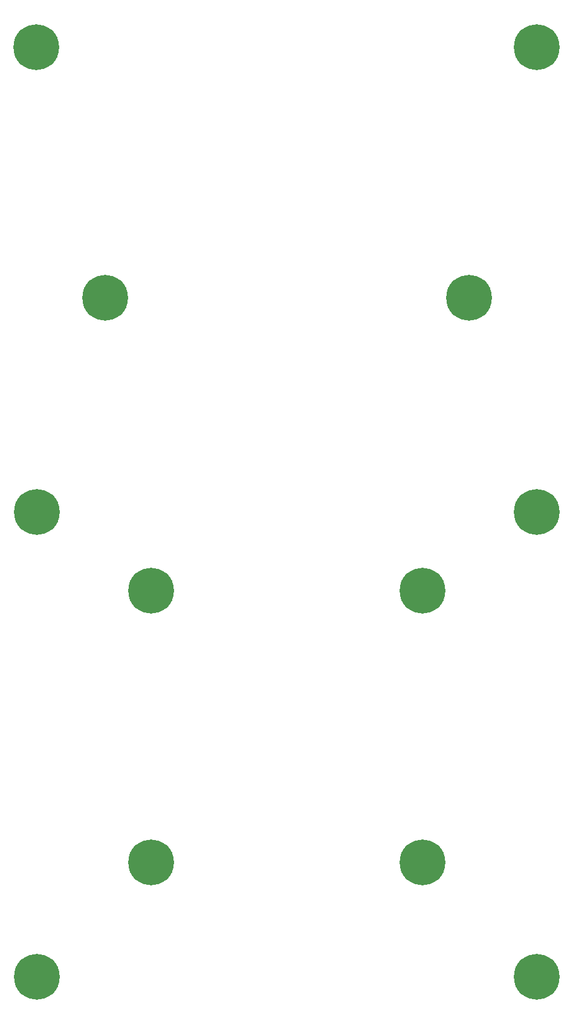
<source format=gbr>
%TF.GenerationSoftware,KiCad,Pcbnew,7.0.8*%
%TF.CreationDate,2023-11-15T14:02:00+01:00*%
%TF.ProjectId,ac-panel-rev1,61632d70-616e-4656-9c2d-726576312e6b,rev?*%
%TF.SameCoordinates,Original*%
%TF.FileFunction,Copper,L1,Top*%
%TF.FilePolarity,Positive*%
%FSLAX46Y46*%
G04 Gerber Fmt 4.6, Leading zero omitted, Abs format (unit mm)*
G04 Created by KiCad (PCBNEW 7.0.8) date 2023-11-15 14:02:00*
%MOMM*%
%LPD*%
G01*
G04 APERTURE LIST*
%TA.AperFunction,ComponentPad*%
%ADD10C,0.800000*%
%TD*%
%TA.AperFunction,ComponentPad*%
%ADD11C,6.400000*%
%TD*%
G04 APERTURE END LIST*
D10*
%TO.P,H108,1*%
%TO.N,N/C*%
X564000000Y-586050000D03*
X564702944Y-584352944D03*
X564702944Y-587747056D03*
X566400000Y-583650000D03*
D11*
X566400000Y-586050000D03*
D10*
X566400000Y-588450000D03*
X568097056Y-584352944D03*
X568097056Y-587747056D03*
X568800000Y-586050000D03*
%TD*%
%TO.P,H108,1*%
%TO.N,N/C*%
X579950000Y-602050000D03*
X580652944Y-600352944D03*
X580652944Y-603747056D03*
X582350000Y-599650000D03*
D11*
X582350000Y-602050000D03*
D10*
X582350000Y-604450000D03*
X584047056Y-600352944D03*
X584047056Y-603747056D03*
X584750000Y-602050000D03*
%TD*%
%TO.P,H108,1*%
%TO.N,N/C*%
X526000000Y-548050000D03*
X526702944Y-546352944D03*
X526702944Y-549747056D03*
X528400000Y-545650000D03*
D11*
X528400000Y-548050000D03*
D10*
X528400000Y-550450000D03*
X530097056Y-546352944D03*
X530097056Y-549747056D03*
X530800000Y-548050000D03*
%TD*%
%TO.P,H108,1*%
%TO.N,N/C*%
X564000000Y-548050000D03*
X564702944Y-546352944D03*
X564702944Y-549747056D03*
X566400000Y-545650000D03*
D11*
X566400000Y-548050000D03*
D10*
X566400000Y-550450000D03*
X568097056Y-546352944D03*
X568097056Y-549747056D03*
X568800000Y-548050000D03*
%TD*%
%TO.P,H108,1*%
%TO.N,N/C*%
X526000000Y-586050000D03*
X526702944Y-584352944D03*
X526702944Y-587747056D03*
X528400000Y-583650000D03*
D11*
X528400000Y-586050000D03*
D10*
X528400000Y-588450000D03*
X530097056Y-584352944D03*
X530097056Y-587747056D03*
X530800000Y-586050000D03*
%TD*%
%TO.P,H108,1*%
%TO.N,N/C*%
X509950000Y-602050000D03*
X510652944Y-600352944D03*
X510652944Y-603747056D03*
X512350000Y-599650000D03*
D11*
X512350000Y-602050000D03*
D10*
X512350000Y-604450000D03*
X514047056Y-600352944D03*
X514047056Y-603747056D03*
X514750000Y-602050000D03*
%TD*%
%TO.P,H108,1*%
%TO.N,N/C*%
X579950000Y-472050000D03*
X580652944Y-470352944D03*
X580652944Y-473747056D03*
X582350000Y-469650000D03*
D11*
X582350000Y-472050000D03*
D10*
X582350000Y-474450000D03*
X584047056Y-470352944D03*
X584047056Y-473747056D03*
X584750000Y-472050000D03*
%TD*%
%TO.P,H108,1*%
%TO.N,N/C*%
X509902944Y-471997056D03*
X510605888Y-470300000D03*
X510605888Y-473694112D03*
X512302944Y-469597056D03*
D11*
X512302944Y-471997056D03*
D10*
X512302944Y-474397056D03*
X514000000Y-470300000D03*
X514000000Y-473694112D03*
X514702944Y-471997056D03*
%TD*%
%TO.P,H108,1*%
%TO.N,N/C*%
X579950000Y-537050000D03*
X580652944Y-535352944D03*
X580652944Y-538747056D03*
X582350000Y-534650000D03*
D11*
X582350000Y-537050000D03*
D10*
X582350000Y-539450000D03*
X584047056Y-535352944D03*
X584047056Y-538747056D03*
X584750000Y-537050000D03*
%TD*%
%TO.P,H108,1*%
%TO.N,N/C*%
X570500000Y-507050000D03*
X571202944Y-505352944D03*
X571202944Y-508747056D03*
X572900000Y-504650000D03*
D11*
X572900000Y-507050000D03*
D10*
X572900000Y-509450000D03*
X574597056Y-505352944D03*
X574597056Y-508747056D03*
X575300000Y-507050000D03*
%TD*%
%TO.P,H108,1*%
%TO.N,N/C*%
X509950000Y-537050000D03*
X510652944Y-535352944D03*
X510652944Y-538747056D03*
X512350000Y-534650000D03*
D11*
X512350000Y-537050000D03*
D10*
X512350000Y-539450000D03*
X514047056Y-535352944D03*
X514047056Y-538747056D03*
X514750000Y-537050000D03*
%TD*%
%TO.P,H108,1*%
%TO.N,N/C*%
X519500000Y-507050000D03*
X520202944Y-505352944D03*
X520202944Y-508747056D03*
X521900000Y-504650000D03*
D11*
X521900000Y-507050000D03*
D10*
X521900000Y-509450000D03*
X523597056Y-505352944D03*
X523597056Y-508747056D03*
X524300000Y-507050000D03*
%TD*%
M02*

</source>
